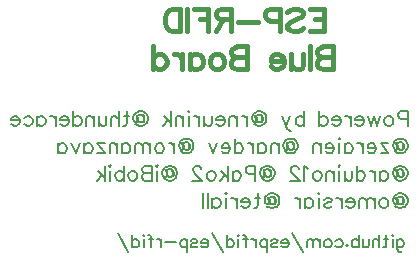
<source format=gbo>
G04 Layer: BottomSilkLayer*
G04 EasyEDA v6.3.22, 2020-01-08T21:12:26+01:00*
G04 b28a7935c23a4a24a3ae34985d5a7298,2d2f38d6ccaf4c36845c7e91a662877a,10*
G04 Gerber Generator version 0.2*
G04 Scale: 100 percent, Rotated: No, Reflected: No *
G04 Dimensions in millimeters *
G04 leading zeros omitted , absolute positions ,3 integer and 3 decimal *
%FSLAX33Y33*%
%MOMM*%
G90*
G71D02*

%ADD13C,0.399999*%
%ADD47C,0.203200*%

%LPD*%
G54D13*
G01X32045Y44450D02*
G01X32045Y42510D01*
G01X32045Y44450D02*
G01X30844Y44450D01*
G01X32045Y43526D02*
G01X31306Y43526D01*
G01X32045Y42510D02*
G01X30844Y42510D01*
G01X28942Y44172D02*
G01X29126Y44357D01*
G01X29404Y44450D01*
G01X29773Y44450D01*
G01X30050Y44357D01*
G01X30235Y44172D01*
G01X30235Y43988D01*
G01X30142Y43803D01*
G01X30050Y43711D01*
G01X29865Y43618D01*
G01X29311Y43434D01*
G01X29126Y43341D01*
G01X29034Y43249D01*
G01X28942Y43064D01*
G01X28942Y42787D01*
G01X29126Y42602D01*
G01X29404Y42510D01*
G01X29773Y42510D01*
G01X30050Y42602D01*
G01X30235Y42787D01*
G01X28332Y44450D02*
G01X28332Y42510D01*
G01X28332Y44450D02*
G01X27501Y44450D01*
G01X27224Y44357D01*
G01X27131Y44265D01*
G01X27039Y44080D01*
G01X27039Y43803D01*
G01X27131Y43618D01*
G01X27224Y43526D01*
G01X27501Y43434D01*
G01X28332Y43434D01*
G01X26429Y43341D02*
G01X24767Y43341D01*
G01X24157Y44450D02*
G01X24157Y42510D01*
G01X24157Y44450D02*
G01X23326Y44450D01*
G01X23049Y44357D01*
G01X22957Y44265D01*
G01X22864Y44080D01*
G01X22864Y43895D01*
G01X22957Y43711D01*
G01X23049Y43618D01*
G01X23326Y43526D01*
G01X24157Y43526D01*
G01X23511Y43526D02*
G01X22864Y42510D01*
G01X22255Y44450D02*
G01X22255Y42510D01*
G01X22255Y44450D02*
G01X21054Y44450D01*
G01X22255Y43526D02*
G01X21516Y43526D01*
G01X20444Y44450D02*
G01X20444Y42510D01*
G01X19835Y44450D02*
G01X19835Y42510D01*
G01X19835Y44450D02*
G01X19188Y44450D01*
G01X18911Y44357D01*
G01X18726Y44172D01*
G01X18634Y43988D01*
G01X18542Y43711D01*
G01X18542Y43249D01*
G01X18634Y42972D01*
G01X18726Y42787D01*
G01X18911Y42602D01*
G01X19188Y42510D01*
G01X19835Y42510D01*
G01X32766Y41240D02*
G01X32766Y39300D01*
G01X32766Y41240D02*
G01X31934Y41240D01*
G01X31657Y41148D01*
G01X31565Y41055D01*
G01X31472Y40870D01*
G01X31472Y40686D01*
G01X31565Y40501D01*
G01X31657Y40409D01*
G01X31934Y40316D01*
G01X32766Y40316D02*
G01X31934Y40316D01*
G01X31657Y40224D01*
G01X31565Y40132D01*
G01X31472Y39947D01*
G01X31472Y39670D01*
G01X31565Y39485D01*
G01X31657Y39393D01*
G01X31934Y39300D01*
G01X32766Y39300D01*
G01X30863Y41240D02*
G01X30863Y39300D01*
G01X30253Y40593D02*
G01X30253Y39670D01*
G01X30161Y39393D01*
G01X29976Y39300D01*
G01X29699Y39300D01*
G01X29514Y39393D01*
G01X29237Y39670D01*
G01X29237Y40593D02*
G01X29237Y39300D01*
G01X28628Y40039D02*
G01X27519Y40039D01*
G01X27519Y40224D01*
G01X27612Y40409D01*
G01X27704Y40501D01*
G01X27889Y40593D01*
G01X28166Y40593D01*
G01X28351Y40501D01*
G01X28535Y40316D01*
G01X28628Y40039D01*
G01X28628Y39854D01*
G01X28535Y39577D01*
G01X28351Y39393D01*
G01X28166Y39300D01*
G01X27889Y39300D01*
G01X27704Y39393D01*
G01X27519Y39577D01*
G01X25487Y41240D02*
G01X25487Y39300D01*
G01X25487Y41240D02*
G01X24656Y41240D01*
G01X24379Y41148D01*
G01X24287Y41055D01*
G01X24194Y40870D01*
G01X24194Y40686D01*
G01X24287Y40501D01*
G01X24379Y40409D01*
G01X24656Y40316D01*
G01X25487Y40316D02*
G01X24656Y40316D01*
G01X24379Y40224D01*
G01X24287Y40132D01*
G01X24194Y39947D01*
G01X24194Y39670D01*
G01X24287Y39485D01*
G01X24379Y39393D01*
G01X24656Y39300D01*
G01X25487Y39300D01*
G01X23123Y40593D02*
G01X23308Y40501D01*
G01X23492Y40316D01*
G01X23585Y40039D01*
G01X23585Y39854D01*
G01X23492Y39577D01*
G01X23308Y39393D01*
G01X23123Y39300D01*
G01X22846Y39300D01*
G01X22661Y39393D01*
G01X22476Y39577D01*
G01X22384Y39854D01*
G01X22384Y40039D01*
G01X22476Y40316D01*
G01X22661Y40501D01*
G01X22846Y40593D01*
G01X23123Y40593D01*
G01X20666Y40593D02*
G01X20666Y39300D01*
G01X20666Y40316D02*
G01X20851Y40501D01*
G01X21035Y40593D01*
G01X21312Y40593D01*
G01X21497Y40501D01*
G01X21682Y40316D01*
G01X21774Y40039D01*
G01X21774Y39854D01*
G01X21682Y39577D01*
G01X21497Y39393D01*
G01X21312Y39300D01*
G01X21035Y39300D01*
G01X20851Y39393D01*
G01X20666Y39577D01*
G01X20056Y40593D02*
G01X20056Y39300D01*
G01X20056Y40039D02*
G01X19964Y40316D01*
G01X19779Y40501D01*
G01X19594Y40593D01*
G01X19317Y40593D01*
G01X17599Y41240D02*
G01X17599Y39300D01*
G01X17599Y40316D02*
G01X17784Y40501D01*
G01X17969Y40593D01*
G01X18246Y40593D01*
G01X18431Y40501D01*
G01X18615Y40316D01*
G01X18708Y40039D01*
G01X18708Y39854D01*
G01X18615Y39577D01*
G01X18431Y39393D01*
G01X18246Y39300D01*
G01X17969Y39300D01*
G01X17784Y39393D01*
G01X17599Y39577D01*
G54D47*
G01X39116Y35761D02*
G01X39116Y34520D01*
G01X39116Y35761D02*
G01X38584Y35761D01*
G01X38406Y35701D01*
G01X38347Y35642D01*
G01X38288Y35524D01*
G01X38288Y35347D01*
G01X38347Y35229D01*
G01X38406Y35170D01*
G01X38584Y35111D01*
G01X39116Y35111D01*
G01X37603Y35347D02*
G01X37721Y35288D01*
G01X37839Y35170D01*
G01X37898Y34992D01*
G01X37898Y34874D01*
G01X37839Y34697D01*
G01X37721Y34579D01*
G01X37603Y34520D01*
G01X37426Y34520D01*
G01X37307Y34579D01*
G01X37189Y34697D01*
G01X37130Y34874D01*
G01X37130Y34992D01*
G01X37189Y35170D01*
G01X37307Y35288D01*
G01X37426Y35347D01*
G01X37603Y35347D01*
G01X36740Y35347D02*
G01X36504Y34520D01*
G01X36267Y35347D02*
G01X36504Y34520D01*
G01X36267Y35347D02*
G01X36031Y34520D01*
G01X35795Y35347D02*
G01X36031Y34520D01*
G01X35405Y34992D02*
G01X34696Y34992D01*
G01X34696Y35111D01*
G01X34755Y35229D01*
G01X34814Y35288D01*
G01X34932Y35347D01*
G01X35109Y35347D01*
G01X35227Y35288D01*
G01X35346Y35170D01*
G01X35405Y34992D01*
G01X35405Y34874D01*
G01X35346Y34697D01*
G01X35227Y34579D01*
G01X35109Y34520D01*
G01X34932Y34520D01*
G01X34814Y34579D01*
G01X34696Y34697D01*
G01X34306Y35347D02*
G01X34306Y34520D01*
G01X34306Y34992D02*
G01X34246Y35170D01*
G01X34128Y35288D01*
G01X34010Y35347D01*
G01X33833Y35347D01*
G01X33443Y34992D02*
G01X32734Y34992D01*
G01X32734Y35111D01*
G01X32793Y35229D01*
G01X32852Y35288D01*
G01X32970Y35347D01*
G01X33147Y35347D01*
G01X33266Y35288D01*
G01X33384Y35170D01*
G01X33443Y34992D01*
G01X33443Y34874D01*
G01X33384Y34697D01*
G01X33266Y34579D01*
G01X33147Y34520D01*
G01X32970Y34520D01*
G01X32852Y34579D01*
G01X32734Y34697D01*
G01X31635Y35761D02*
G01X31635Y34520D01*
G01X31635Y35170D02*
G01X31753Y35288D01*
G01X31871Y35347D01*
G01X32048Y35347D01*
G01X32166Y35288D01*
G01X32285Y35170D01*
G01X32344Y34992D01*
G01X32344Y34874D01*
G01X32285Y34697D01*
G01X32166Y34579D01*
G01X32048Y34520D01*
G01X31871Y34520D01*
G01X31753Y34579D01*
G01X31635Y34697D01*
G01X30335Y35761D02*
G01X30335Y34520D01*
G01X30335Y35170D02*
G01X30216Y35288D01*
G01X30098Y35347D01*
G01X29921Y35347D01*
G01X29803Y35288D01*
G01X29685Y35170D01*
G01X29626Y34992D01*
G01X29626Y34874D01*
G01X29685Y34697D01*
G01X29803Y34579D01*
G01X29921Y34520D01*
G01X30098Y34520D01*
G01X30216Y34579D01*
G01X30335Y34697D01*
G01X29176Y35347D02*
G01X28822Y34520D01*
G01X28467Y35347D02*
G01X28822Y34520D01*
G01X28940Y34283D01*
G01X29058Y34165D01*
G01X29176Y34106D01*
G01X29236Y34106D01*
G01X26281Y35288D02*
G01X26340Y35406D01*
G01X26458Y35465D01*
G01X26636Y35465D01*
G01X26754Y35406D01*
G01X26813Y35347D01*
G01X26872Y35170D01*
G01X26872Y34992D01*
G01X26813Y34874D01*
G01X26695Y34815D01*
G01X26517Y34815D01*
G01X26399Y34874D01*
G01X26340Y34992D01*
G01X26636Y35465D02*
G01X26754Y35347D01*
G01X26813Y35170D01*
G01X26813Y34992D01*
G01X26754Y34874D01*
G01X26695Y34815D01*
G01X26281Y35465D02*
G01X26340Y34992D01*
G01X26340Y34874D01*
G01X26222Y34815D01*
G01X26104Y34815D01*
G01X25986Y34933D01*
G01X25926Y35111D01*
G01X25926Y35229D01*
G01X25986Y35406D01*
G01X26045Y35524D01*
G01X26163Y35642D01*
G01X26281Y35701D01*
G01X26458Y35761D01*
G01X26636Y35761D01*
G01X26813Y35701D01*
G01X26931Y35642D01*
G01X27049Y35524D01*
G01X27108Y35406D01*
G01X27167Y35229D01*
G01X27167Y35052D01*
G01X27108Y34874D01*
G01X27049Y34756D01*
G01X26931Y34638D01*
G01X26813Y34579D01*
G01X26636Y34520D01*
G01X26458Y34520D01*
G01X26281Y34579D01*
G01X26163Y34638D01*
G01X26104Y34697D01*
G01X26222Y35465D02*
G01X26281Y34992D01*
G01X26281Y34874D01*
G01X26222Y34815D01*
G01X25536Y35347D02*
G01X25536Y34520D01*
G01X25536Y34992D02*
G01X25477Y35170D01*
G01X25359Y35288D01*
G01X25241Y35347D01*
G01X25064Y35347D01*
G01X24674Y35347D02*
G01X24674Y34520D01*
G01X24674Y35111D02*
G01X24496Y35288D01*
G01X24378Y35347D01*
G01X24201Y35347D01*
G01X24083Y35288D01*
G01X24024Y35111D01*
G01X24024Y34520D01*
G01X23634Y34992D02*
G01X22925Y34992D01*
G01X22925Y35111D01*
G01X22984Y35229D01*
G01X23043Y35288D01*
G01X23161Y35347D01*
G01X23338Y35347D01*
G01X23456Y35288D01*
G01X23575Y35170D01*
G01X23634Y34992D01*
G01X23634Y34874D01*
G01X23575Y34697D01*
G01X23456Y34579D01*
G01X23338Y34520D01*
G01X23161Y34520D01*
G01X23043Y34579D01*
G01X22925Y34697D01*
G01X22535Y35347D02*
G01X22535Y34756D01*
G01X22476Y34579D01*
G01X22357Y34520D01*
G01X22180Y34520D01*
G01X22062Y34579D01*
G01X21885Y34756D01*
G01X21885Y35347D02*
G01X21885Y34520D01*
G01X21495Y35347D02*
G01X21495Y34520D01*
G01X21495Y34992D02*
G01X21436Y35170D01*
G01X21317Y35288D01*
G01X21199Y35347D01*
G01X21022Y35347D01*
G01X20632Y35761D02*
G01X20573Y35701D01*
G01X20514Y35761D01*
G01X20573Y35820D01*
G01X20632Y35761D01*
G01X20573Y35347D02*
G01X20573Y34520D01*
G01X20124Y35347D02*
G01X20124Y34520D01*
G01X20124Y35111D02*
G01X19946Y35288D01*
G01X19828Y35347D01*
G01X19651Y35347D01*
G01X19533Y35288D01*
G01X19474Y35111D01*
G01X19474Y34520D01*
G01X19084Y35761D02*
G01X19084Y34520D01*
G01X18493Y35347D02*
G01X19084Y34756D01*
G01X18847Y34992D02*
G01X18434Y34520D01*
G01X16247Y35288D02*
G01X16306Y35406D01*
G01X16425Y35465D01*
G01X16602Y35465D01*
G01X16720Y35406D01*
G01X16779Y35347D01*
G01X16838Y35170D01*
G01X16838Y34992D01*
G01X16779Y34874D01*
G01X16661Y34815D01*
G01X16484Y34815D01*
G01X16366Y34874D01*
G01X16306Y34992D01*
G01X16602Y35465D02*
G01X16720Y35347D01*
G01X16779Y35170D01*
G01X16779Y34992D01*
G01X16720Y34874D01*
G01X16661Y34815D01*
G01X16247Y35465D02*
G01X16306Y34992D01*
G01X16306Y34874D01*
G01X16188Y34815D01*
G01X16070Y34815D01*
G01X15952Y34933D01*
G01X15893Y35111D01*
G01X15893Y35229D01*
G01X15952Y35406D01*
G01X16011Y35524D01*
G01X16129Y35642D01*
G01X16247Y35701D01*
G01X16425Y35761D01*
G01X16602Y35761D01*
G01X16779Y35701D01*
G01X16897Y35642D01*
G01X17016Y35524D01*
G01X17075Y35406D01*
G01X17134Y35229D01*
G01X17134Y35052D01*
G01X17075Y34874D01*
G01X17016Y34756D01*
G01X16897Y34638D01*
G01X16779Y34579D01*
G01X16602Y34520D01*
G01X16425Y34520D01*
G01X16247Y34579D01*
G01X16129Y34638D01*
G01X16070Y34697D01*
G01X16188Y35465D02*
G01X16247Y34992D01*
G01X16247Y34874D01*
G01X16188Y34815D01*
G01X15326Y35761D02*
G01X15326Y34756D01*
G01X15266Y34579D01*
G01X15148Y34520D01*
G01X15030Y34520D01*
G01X15503Y35347D02*
G01X15089Y35347D01*
G01X14640Y35761D02*
G01X14640Y34520D01*
G01X14640Y35111D02*
G01X14463Y35288D01*
G01X14345Y35347D01*
G01X14167Y35347D01*
G01X14049Y35288D01*
G01X13990Y35111D01*
G01X13990Y34520D01*
G01X13600Y35347D02*
G01X13600Y34756D01*
G01X13541Y34579D01*
G01X13423Y34520D01*
G01X13246Y34520D01*
G01X13127Y34579D01*
G01X12950Y34756D01*
G01X12950Y35347D02*
G01X12950Y34520D01*
G01X12560Y35347D02*
G01X12560Y34520D01*
G01X12560Y35111D02*
G01X12383Y35288D01*
G01X12265Y35347D01*
G01X12087Y35347D01*
G01X11969Y35288D01*
G01X11910Y35111D01*
G01X11910Y34520D01*
G01X10811Y35761D02*
G01X10811Y34520D01*
G01X10811Y35170D02*
G01X10929Y35288D01*
G01X11047Y35347D01*
G01X11225Y35347D01*
G01X11343Y35288D01*
G01X11461Y35170D01*
G01X11520Y34992D01*
G01X11520Y34874D01*
G01X11461Y34697D01*
G01X11343Y34579D01*
G01X11225Y34520D01*
G01X11047Y34520D01*
G01X10929Y34579D01*
G01X10811Y34697D01*
G01X10421Y34992D02*
G01X9712Y34992D01*
G01X9712Y35111D01*
G01X9771Y35229D01*
G01X9830Y35288D01*
G01X9948Y35347D01*
G01X10126Y35347D01*
G01X10244Y35288D01*
G01X10362Y35170D01*
G01X10421Y34992D01*
G01X10421Y34874D01*
G01X10362Y34697D01*
G01X10244Y34579D01*
G01X10126Y34520D01*
G01X9948Y34520D01*
G01X9830Y34579D01*
G01X9712Y34697D01*
G01X9322Y35347D02*
G01X9322Y34520D01*
G01X9322Y34992D02*
G01X9263Y35170D01*
G01X9145Y35288D01*
G01X9026Y35347D01*
G01X8849Y35347D01*
G01X7750Y35347D02*
G01X7750Y34520D01*
G01X7750Y35170D02*
G01X7868Y35288D01*
G01X7986Y35347D01*
G01X8164Y35347D01*
G01X8282Y35288D01*
G01X8400Y35170D01*
G01X8459Y34992D01*
G01X8459Y34874D01*
G01X8400Y34697D01*
G01X8282Y34579D01*
G01X8164Y34520D01*
G01X7986Y34520D01*
G01X7868Y34579D01*
G01X7750Y34697D01*
G01X6651Y35170D02*
G01X6769Y35288D01*
G01X6887Y35347D01*
G01X7065Y35347D01*
G01X7183Y35288D01*
G01X7301Y35170D01*
G01X7360Y34992D01*
G01X7360Y34874D01*
G01X7301Y34697D01*
G01X7183Y34579D01*
G01X7065Y34520D01*
G01X6887Y34520D01*
G01X6769Y34579D01*
G01X6651Y34697D01*
G01X6261Y34992D02*
G01X5552Y34992D01*
G01X5552Y35111D01*
G01X5611Y35229D01*
G01X5670Y35288D01*
G01X5788Y35347D01*
G01X5966Y35347D01*
G01X6084Y35288D01*
G01X6202Y35170D01*
G01X6261Y34992D01*
G01X6261Y34874D01*
G01X6202Y34697D01*
G01X6084Y34579D01*
G01X5966Y34520D01*
G01X5788Y34520D01*
G01X5670Y34579D01*
G01X5552Y34697D01*
G01X38229Y32972D02*
G01X38288Y33090D01*
G01X38406Y33149D01*
G01X38584Y33149D01*
G01X38702Y33090D01*
G01X38761Y33031D01*
G01X38820Y32854D01*
G01X38820Y32676D01*
G01X38761Y32558D01*
G01X38643Y32499D01*
G01X38466Y32499D01*
G01X38347Y32558D01*
G01X38288Y32676D01*
G01X38584Y33149D02*
G01X38702Y33031D01*
G01X38761Y32854D01*
G01X38761Y32676D01*
G01X38702Y32558D01*
G01X38643Y32499D01*
G01X38229Y33149D02*
G01X38288Y32676D01*
G01X38288Y32558D01*
G01X38170Y32499D01*
G01X38052Y32499D01*
G01X37934Y32617D01*
G01X37875Y32795D01*
G01X37875Y32913D01*
G01X37934Y33090D01*
G01X37993Y33208D01*
G01X38111Y33326D01*
G01X38229Y33385D01*
G01X38406Y33445D01*
G01X38584Y33445D01*
G01X38761Y33385D01*
G01X38879Y33326D01*
G01X38997Y33208D01*
G01X39056Y33090D01*
G01X39116Y32913D01*
G01X39116Y32736D01*
G01X39056Y32558D01*
G01X38997Y32440D01*
G01X38879Y32322D01*
G01X38761Y32263D01*
G01X38584Y32204D01*
G01X38406Y32204D01*
G01X38229Y32263D01*
G01X38111Y32322D01*
G01X38052Y32381D01*
G01X38170Y33149D02*
G01X38229Y32676D01*
G01X38229Y32558D01*
G01X38170Y32499D01*
G01X36835Y33031D02*
G01X37485Y32204D01*
G01X37485Y33031D02*
G01X36835Y33031D01*
G01X37485Y32204D02*
G01X36835Y32204D01*
G01X36445Y32676D02*
G01X35736Y32676D01*
G01X35736Y32795D01*
G01X35795Y32913D01*
G01X35854Y32972D01*
G01X35972Y33031D01*
G01X36149Y33031D01*
G01X36267Y32972D01*
G01X36386Y32854D01*
G01X36445Y32676D01*
G01X36445Y32558D01*
G01X36386Y32381D01*
G01X36267Y32263D01*
G01X36149Y32204D01*
G01X35972Y32204D01*
G01X35854Y32263D01*
G01X35736Y32381D01*
G01X35346Y33031D02*
G01X35346Y32204D01*
G01X35346Y32676D02*
G01X35286Y32854D01*
G01X35168Y32972D01*
G01X35050Y33031D01*
G01X34873Y33031D01*
G01X33774Y33031D02*
G01X33774Y32204D01*
G01X33774Y32854D02*
G01X33892Y32972D01*
G01X34010Y33031D01*
G01X34187Y33031D01*
G01X34306Y32972D01*
G01X34424Y32854D01*
G01X34483Y32676D01*
G01X34483Y32558D01*
G01X34424Y32381D01*
G01X34306Y32263D01*
G01X34187Y32204D01*
G01X34010Y32204D01*
G01X33892Y32263D01*
G01X33774Y32381D01*
G01X33384Y33445D02*
G01X33325Y33385D01*
G01X33266Y33445D01*
G01X33325Y33504D01*
G01X33384Y33445D01*
G01X33325Y33031D02*
G01X33325Y32204D01*
G01X32876Y32676D02*
G01X32166Y32676D01*
G01X32166Y32795D01*
G01X32226Y32913D01*
G01X32285Y32972D01*
G01X32403Y33031D01*
G01X32580Y33031D01*
G01X32698Y32972D01*
G01X32816Y32854D01*
G01X32876Y32676D01*
G01X32876Y32558D01*
G01X32816Y32381D01*
G01X32698Y32263D01*
G01X32580Y32204D01*
G01X32403Y32204D01*
G01X32285Y32263D01*
G01X32166Y32381D01*
G01X31776Y33031D02*
G01X31776Y32204D01*
G01X31776Y32795D02*
G01X31599Y32972D01*
G01X31481Y33031D01*
G01X31304Y33031D01*
G01X31186Y32972D01*
G01X31126Y32795D01*
G01X31126Y32204D01*
G01X28940Y32972D02*
G01X28999Y33090D01*
G01X29117Y33149D01*
G01X29295Y33149D01*
G01X29413Y33090D01*
G01X29472Y33031D01*
G01X29531Y32854D01*
G01X29531Y32676D01*
G01X29472Y32558D01*
G01X29354Y32499D01*
G01X29176Y32499D01*
G01X29058Y32558D01*
G01X28999Y32676D01*
G01X29295Y33149D02*
G01X29413Y33031D01*
G01X29472Y32854D01*
G01X29472Y32676D01*
G01X29413Y32558D01*
G01X29354Y32499D01*
G01X28940Y33149D02*
G01X28999Y32676D01*
G01X28999Y32558D01*
G01X28881Y32499D01*
G01X28763Y32499D01*
G01X28645Y32617D01*
G01X28586Y32795D01*
G01X28586Y32913D01*
G01X28645Y33090D01*
G01X28704Y33208D01*
G01X28822Y33326D01*
G01X28940Y33385D01*
G01X29117Y33445D01*
G01X29295Y33445D01*
G01X29472Y33385D01*
G01X29590Y33326D01*
G01X29708Y33208D01*
G01X29767Y33090D01*
G01X29826Y32913D01*
G01X29826Y32736D01*
G01X29767Y32558D01*
G01X29708Y32440D01*
G01X29590Y32322D01*
G01X29472Y32263D01*
G01X29295Y32204D01*
G01X29117Y32204D01*
G01X28940Y32263D01*
G01X28822Y32322D01*
G01X28763Y32381D01*
G01X28881Y33149D02*
G01X28940Y32676D01*
G01X28940Y32558D01*
G01X28881Y32499D01*
G01X28196Y33031D02*
G01X28196Y32204D01*
G01X28196Y32795D02*
G01X28018Y32972D01*
G01X27900Y33031D01*
G01X27723Y33031D01*
G01X27605Y32972D01*
G01X27546Y32795D01*
G01X27546Y32204D01*
G01X26446Y33031D02*
G01X26446Y32204D01*
G01X26446Y32854D02*
G01X26565Y32972D01*
G01X26683Y33031D01*
G01X26860Y33031D01*
G01X26978Y32972D01*
G01X27096Y32854D01*
G01X27156Y32676D01*
G01X27156Y32558D01*
G01X27096Y32381D01*
G01X26978Y32263D01*
G01X26860Y32204D01*
G01X26683Y32204D01*
G01X26565Y32263D01*
G01X26446Y32381D01*
G01X26056Y33031D02*
G01X26056Y32204D01*
G01X26056Y32676D02*
G01X25997Y32854D01*
G01X25879Y32972D01*
G01X25761Y33031D01*
G01X25584Y33031D01*
G01X24485Y33445D02*
G01X24485Y32204D01*
G01X24485Y32854D02*
G01X24603Y32972D01*
G01X24721Y33031D01*
G01X24898Y33031D01*
G01X25016Y32972D01*
G01X25135Y32854D01*
G01X25194Y32676D01*
G01X25194Y32558D01*
G01X25135Y32381D01*
G01X25016Y32263D01*
G01X24898Y32204D01*
G01X24721Y32204D01*
G01X24603Y32263D01*
G01X24485Y32381D01*
G01X24095Y32676D02*
G01X23386Y32676D01*
G01X23386Y32795D01*
G01X23445Y32913D01*
G01X23504Y32972D01*
G01X23622Y33031D01*
G01X23799Y33031D01*
G01X23917Y32972D01*
G01X24036Y32854D01*
G01X24095Y32676D01*
G01X24095Y32558D01*
G01X24036Y32381D01*
G01X23917Y32263D01*
G01X23799Y32204D01*
G01X23622Y32204D01*
G01X23504Y32263D01*
G01X23386Y32381D01*
G01X22996Y33031D02*
G01X22641Y32204D01*
G01X22286Y33031D02*
G01X22641Y32204D01*
G01X20100Y32972D02*
G01X20159Y33090D01*
G01X20277Y33149D01*
G01X20455Y33149D01*
G01X20573Y33090D01*
G01X20632Y33031D01*
G01X20691Y32854D01*
G01X20691Y32676D01*
G01X20632Y32558D01*
G01X20514Y32499D01*
G01X20336Y32499D01*
G01X20218Y32558D01*
G01X20159Y32676D01*
G01X20455Y33149D02*
G01X20573Y33031D01*
G01X20632Y32854D01*
G01X20632Y32676D01*
G01X20573Y32558D01*
G01X20514Y32499D01*
G01X20100Y33149D02*
G01X20159Y32676D01*
G01X20159Y32558D01*
G01X20041Y32499D01*
G01X19923Y32499D01*
G01X19805Y32617D01*
G01X19746Y32795D01*
G01X19746Y32913D01*
G01X19805Y33090D01*
G01X19864Y33208D01*
G01X19982Y33326D01*
G01X20100Y33385D01*
G01X20277Y33445D01*
G01X20455Y33445D01*
G01X20632Y33385D01*
G01X20750Y33326D01*
G01X20868Y33208D01*
G01X20927Y33090D01*
G01X20986Y32913D01*
G01X20986Y32736D01*
G01X20927Y32558D01*
G01X20868Y32440D01*
G01X20750Y32322D01*
G01X20632Y32263D01*
G01X20455Y32204D01*
G01X20277Y32204D01*
G01X20100Y32263D01*
G01X19982Y32322D01*
G01X19923Y32381D01*
G01X20041Y33149D02*
G01X20100Y32676D01*
G01X20100Y32558D01*
G01X20041Y32499D01*
G01X19356Y33031D02*
G01X19356Y32204D01*
G01X19356Y32676D02*
G01X19296Y32854D01*
G01X19178Y32972D01*
G01X19060Y33031D01*
G01X18883Y33031D01*
G01X18197Y33031D02*
G01X18316Y32972D01*
G01X18434Y32854D01*
G01X18493Y32676D01*
G01X18493Y32558D01*
G01X18434Y32381D01*
G01X18316Y32263D01*
G01X18197Y32204D01*
G01X18020Y32204D01*
G01X17902Y32263D01*
G01X17784Y32381D01*
G01X17725Y32558D01*
G01X17725Y32676D01*
G01X17784Y32854D01*
G01X17902Y32972D01*
G01X18020Y33031D01*
G01X18197Y33031D01*
G01X17335Y33031D02*
G01X17335Y32204D01*
G01X17335Y32795D02*
G01X17157Y32972D01*
G01X17039Y33031D01*
G01X16862Y33031D01*
G01X16744Y32972D01*
G01X16685Y32795D01*
G01X16685Y32204D01*
G01X16685Y32795D02*
G01X16507Y32972D01*
G01X16389Y33031D01*
G01X16212Y33031D01*
G01X16094Y32972D01*
G01X16035Y32795D01*
G01X16035Y32204D01*
G01X14936Y33031D02*
G01X14936Y32204D01*
G01X14936Y32854D02*
G01X15054Y32972D01*
G01X15172Y33031D01*
G01X15349Y33031D01*
G01X15467Y32972D01*
G01X15586Y32854D01*
G01X15645Y32676D01*
G01X15645Y32558D01*
G01X15586Y32381D01*
G01X15467Y32263D01*
G01X15349Y32204D01*
G01X15172Y32204D01*
G01X15054Y32263D01*
G01X14936Y32381D01*
G01X14546Y33031D02*
G01X14546Y32204D01*
G01X14546Y32795D02*
G01X14368Y32972D01*
G01X14250Y33031D01*
G01X14073Y33031D01*
G01X13955Y32972D01*
G01X13896Y32795D01*
G01X13896Y32204D01*
G01X12856Y33031D02*
G01X13506Y32204D01*
G01X13506Y33031D02*
G01X12856Y33031D01*
G01X13506Y32204D02*
G01X12856Y32204D01*
G01X11756Y33031D02*
G01X11756Y32204D01*
G01X11756Y32854D02*
G01X11875Y32972D01*
G01X11993Y33031D01*
G01X12170Y33031D01*
G01X12288Y32972D01*
G01X12406Y32854D01*
G01X12466Y32676D01*
G01X12466Y32558D01*
G01X12406Y32381D01*
G01X12288Y32263D01*
G01X12170Y32204D01*
G01X11993Y32204D01*
G01X11875Y32263D01*
G01X11756Y32381D01*
G01X11366Y33031D02*
G01X11012Y32204D01*
G01X10657Y33031D02*
G01X11012Y32204D01*
G01X9558Y33031D02*
G01X9558Y32204D01*
G01X9558Y32854D02*
G01X9676Y32972D01*
G01X9795Y33031D01*
G01X9972Y33031D01*
G01X10090Y32972D01*
G01X10208Y32854D01*
G01X10267Y32676D01*
G01X10267Y32558D01*
G01X10208Y32381D01*
G01X10090Y32263D01*
G01X9972Y32204D01*
G01X9795Y32204D01*
G01X9676Y32263D01*
G01X9558Y32381D01*
G01X38229Y30656D02*
G01X38288Y30774D01*
G01X38406Y30833D01*
G01X38584Y30833D01*
G01X38702Y30774D01*
G01X38761Y30715D01*
G01X38820Y30538D01*
G01X38820Y30360D01*
G01X38761Y30242D01*
G01X38643Y30183D01*
G01X38466Y30183D01*
G01X38347Y30242D01*
G01X38288Y30360D01*
G01X38584Y30833D02*
G01X38702Y30715D01*
G01X38761Y30538D01*
G01X38761Y30360D01*
G01X38702Y30242D01*
G01X38643Y30183D01*
G01X38229Y30833D02*
G01X38288Y30360D01*
G01X38288Y30242D01*
G01X38170Y30183D01*
G01X38052Y30183D01*
G01X37934Y30301D01*
G01X37875Y30479D01*
G01X37875Y30597D01*
G01X37934Y30774D01*
G01X37993Y30892D01*
G01X38111Y31010D01*
G01X38229Y31069D01*
G01X38406Y31129D01*
G01X38584Y31129D01*
G01X38761Y31069D01*
G01X38879Y31010D01*
G01X38997Y30892D01*
G01X39056Y30774D01*
G01X39116Y30597D01*
G01X39116Y30420D01*
G01X39056Y30242D01*
G01X38997Y30124D01*
G01X38879Y30006D01*
G01X38761Y29947D01*
G01X38584Y29888D01*
G01X38406Y29888D01*
G01X38229Y29947D01*
G01X38111Y30006D01*
G01X38052Y30065D01*
G01X38170Y30833D02*
G01X38229Y30360D01*
G01X38229Y30242D01*
G01X38170Y30183D01*
G01X36776Y30715D02*
G01X36776Y29888D01*
G01X36776Y30538D02*
G01X36894Y30656D01*
G01X37012Y30715D01*
G01X37189Y30715D01*
G01X37307Y30656D01*
G01X37426Y30538D01*
G01X37485Y30360D01*
G01X37485Y30242D01*
G01X37426Y30065D01*
G01X37307Y29947D01*
G01X37189Y29888D01*
G01X37012Y29888D01*
G01X36894Y29947D01*
G01X36776Y30065D01*
G01X36386Y30715D02*
G01X36386Y29888D01*
G01X36386Y30360D02*
G01X36326Y30538D01*
G01X36208Y30656D01*
G01X36090Y30715D01*
G01X35913Y30715D01*
G01X34814Y31129D02*
G01X34814Y29888D01*
G01X34814Y30538D02*
G01X34932Y30656D01*
G01X35050Y30715D01*
G01X35227Y30715D01*
G01X35346Y30656D01*
G01X35464Y30538D01*
G01X35523Y30360D01*
G01X35523Y30242D01*
G01X35464Y30065D01*
G01X35346Y29947D01*
G01X35227Y29888D01*
G01X35050Y29888D01*
G01X34932Y29947D01*
G01X34814Y30065D01*
G01X34424Y30715D02*
G01X34424Y30124D01*
G01X34365Y29947D01*
G01X34246Y29888D01*
G01X34069Y29888D01*
G01X33951Y29947D01*
G01X33774Y30124D01*
G01X33774Y30715D02*
G01X33774Y29888D01*
G01X33384Y31129D02*
G01X33325Y31069D01*
G01X33266Y31129D01*
G01X33325Y31188D01*
G01X33384Y31129D01*
G01X33325Y30715D02*
G01X33325Y29888D01*
G01X32876Y30715D02*
G01X32876Y29888D01*
G01X32876Y30479D02*
G01X32698Y30656D01*
G01X32580Y30715D01*
G01X32403Y30715D01*
G01X32285Y30656D01*
G01X32226Y30479D01*
G01X32226Y29888D01*
G01X31540Y30715D02*
G01X31658Y30656D01*
G01X31776Y30538D01*
G01X31836Y30360D01*
G01X31836Y30242D01*
G01X31776Y30065D01*
G01X31658Y29947D01*
G01X31540Y29888D01*
G01X31363Y29888D01*
G01X31245Y29947D01*
G01X31126Y30065D01*
G01X31067Y30242D01*
G01X31067Y30360D01*
G01X31126Y30538D01*
G01X31245Y30656D01*
G01X31363Y30715D01*
G01X31540Y30715D01*
G01X30677Y30892D02*
G01X30559Y30951D01*
G01X30382Y31129D01*
G01X30382Y29888D01*
G01X29933Y30833D02*
G01X29933Y30892D01*
G01X29874Y31010D01*
G01X29815Y31069D01*
G01X29696Y31129D01*
G01X29460Y31129D01*
G01X29342Y31069D01*
G01X29283Y31010D01*
G01X29224Y30892D01*
G01X29224Y30774D01*
G01X29283Y30656D01*
G01X29401Y30479D01*
G01X29992Y29888D01*
G01X29165Y29888D01*
G01X26978Y30656D02*
G01X27037Y30774D01*
G01X27156Y30833D01*
G01X27333Y30833D01*
G01X27451Y30774D01*
G01X27510Y30715D01*
G01X27569Y30538D01*
G01X27569Y30360D01*
G01X27510Y30242D01*
G01X27392Y30183D01*
G01X27215Y30183D01*
G01X27096Y30242D01*
G01X27037Y30360D01*
G01X27333Y30833D02*
G01X27451Y30715D01*
G01X27510Y30538D01*
G01X27510Y30360D01*
G01X27451Y30242D01*
G01X27392Y30183D01*
G01X26978Y30833D02*
G01X27037Y30360D01*
G01X27037Y30242D01*
G01X26919Y30183D01*
G01X26801Y30183D01*
G01X26683Y30301D01*
G01X26624Y30479D01*
G01X26624Y30597D01*
G01X26683Y30774D01*
G01X26742Y30892D01*
G01X26860Y31010D01*
G01X26978Y31069D01*
G01X27156Y31129D01*
G01X27333Y31129D01*
G01X27510Y31069D01*
G01X27628Y31010D01*
G01X27746Y30892D01*
G01X27806Y30774D01*
G01X27865Y30597D01*
G01X27865Y30420D01*
G01X27806Y30242D01*
G01X27746Y30124D01*
G01X27628Y30006D01*
G01X27510Y29947D01*
G01X27333Y29888D01*
G01X27156Y29888D01*
G01X26978Y29947D01*
G01X26860Y30006D01*
G01X26801Y30065D01*
G01X26919Y30833D02*
G01X26978Y30360D01*
G01X26978Y30242D01*
G01X26919Y30183D01*
G01X26234Y31129D02*
G01X26234Y29888D01*
G01X26234Y31129D02*
G01X25702Y31129D01*
G01X25525Y31069D01*
G01X25466Y31010D01*
G01X25406Y30892D01*
G01X25406Y30715D01*
G01X25466Y30597D01*
G01X25525Y30538D01*
G01X25702Y30479D01*
G01X26234Y30479D01*
G01X24307Y30715D02*
G01X24307Y29888D01*
G01X24307Y30538D02*
G01X24426Y30656D01*
G01X24544Y30715D01*
G01X24721Y30715D01*
G01X24839Y30656D01*
G01X24957Y30538D01*
G01X25016Y30360D01*
G01X25016Y30242D01*
G01X24957Y30065D01*
G01X24839Y29947D01*
G01X24721Y29888D01*
G01X24544Y29888D01*
G01X24426Y29947D01*
G01X24307Y30065D01*
G01X23917Y31129D02*
G01X23917Y29888D01*
G01X23326Y30715D02*
G01X23917Y30124D01*
G01X23681Y30360D02*
G01X23267Y29888D01*
G01X22582Y30715D02*
G01X22700Y30656D01*
G01X22818Y30538D01*
G01X22877Y30360D01*
G01X22877Y30242D01*
G01X22818Y30065D01*
G01X22700Y29947D01*
G01X22582Y29888D01*
G01X22405Y29888D01*
G01X22286Y29947D01*
G01X22168Y30065D01*
G01X22109Y30242D01*
G01X22109Y30360D01*
G01X22168Y30538D01*
G01X22286Y30656D01*
G01X22405Y30715D01*
G01X22582Y30715D01*
G01X21660Y30833D02*
G01X21660Y30892D01*
G01X21601Y31010D01*
G01X21542Y31069D01*
G01X21424Y31129D01*
G01X21187Y31129D01*
G01X21069Y31069D01*
G01X21010Y31010D01*
G01X20951Y30892D01*
G01X20951Y30774D01*
G01X21010Y30656D01*
G01X21128Y30479D01*
G01X21719Y29888D01*
G01X20892Y29888D01*
G01X18706Y30656D02*
G01X18765Y30774D01*
G01X18883Y30833D01*
G01X19060Y30833D01*
G01X19178Y30774D01*
G01X19237Y30715D01*
G01X19296Y30538D01*
G01X19296Y30360D01*
G01X19237Y30242D01*
G01X19119Y30183D01*
G01X18942Y30183D01*
G01X18824Y30242D01*
G01X18765Y30360D01*
G01X19060Y30833D02*
G01X19178Y30715D01*
G01X19237Y30538D01*
G01X19237Y30360D01*
G01X19178Y30242D01*
G01X19119Y30183D01*
G01X18706Y30833D02*
G01X18765Y30360D01*
G01X18765Y30242D01*
G01X18646Y30183D01*
G01X18528Y30183D01*
G01X18410Y30301D01*
G01X18351Y30479D01*
G01X18351Y30597D01*
G01X18410Y30774D01*
G01X18469Y30892D01*
G01X18587Y31010D01*
G01X18706Y31069D01*
G01X18883Y31129D01*
G01X19060Y31129D01*
G01X19237Y31069D01*
G01X19356Y31010D01*
G01X19474Y30892D01*
G01X19533Y30774D01*
G01X19592Y30597D01*
G01X19592Y30420D01*
G01X19533Y30242D01*
G01X19474Y30124D01*
G01X19356Y30006D01*
G01X19237Y29947D01*
G01X19060Y29888D01*
G01X18883Y29888D01*
G01X18706Y29947D01*
G01X18587Y30006D01*
G01X18528Y30065D01*
G01X18646Y30833D02*
G01X18706Y30360D01*
G01X18706Y30242D01*
G01X18646Y30183D01*
G01X17961Y31129D02*
G01X17902Y31069D01*
G01X17843Y31129D01*
G01X17902Y31188D01*
G01X17961Y31129D01*
G01X17902Y30715D02*
G01X17902Y29888D01*
G01X17453Y31129D02*
G01X17453Y29888D01*
G01X17453Y31129D02*
G01X16921Y31129D01*
G01X16744Y31069D01*
G01X16685Y31010D01*
G01X16626Y30892D01*
G01X16626Y30774D01*
G01X16685Y30656D01*
G01X16744Y30597D01*
G01X16921Y30538D01*
G01X17453Y30538D02*
G01X16921Y30538D01*
G01X16744Y30479D01*
G01X16685Y30420D01*
G01X16626Y30301D01*
G01X16626Y30124D01*
G01X16685Y30006D01*
G01X16744Y29947D01*
G01X16921Y29888D01*
G01X17453Y29888D01*
G01X15940Y30715D02*
G01X16058Y30656D01*
G01X16176Y30538D01*
G01X16236Y30360D01*
G01X16236Y30242D01*
G01X16176Y30065D01*
G01X16058Y29947D01*
G01X15940Y29888D01*
G01X15763Y29888D01*
G01X15645Y29947D01*
G01X15526Y30065D01*
G01X15467Y30242D01*
G01X15467Y30360D01*
G01X15526Y30538D01*
G01X15645Y30656D01*
G01X15763Y30715D01*
G01X15940Y30715D01*
G01X15077Y31129D02*
G01X15077Y29888D01*
G01X15077Y30538D02*
G01X14959Y30656D01*
G01X14841Y30715D01*
G01X14664Y30715D01*
G01X14546Y30656D01*
G01X14427Y30538D01*
G01X14368Y30360D01*
G01X14368Y30242D01*
G01X14427Y30065D01*
G01X14546Y29947D01*
G01X14664Y29888D01*
G01X14841Y29888D01*
G01X14959Y29947D01*
G01X15077Y30065D01*
G01X13978Y31129D02*
G01X13919Y31069D01*
G01X13860Y31129D01*
G01X13919Y31188D01*
G01X13978Y31129D01*
G01X13919Y30715D02*
G01X13919Y29888D01*
G01X13470Y31129D02*
G01X13470Y29888D01*
G01X12879Y30715D02*
G01X13470Y30124D01*
G01X13234Y30360D02*
G01X12820Y29888D01*
G01X38229Y28340D02*
G01X38288Y28458D01*
G01X38406Y28517D01*
G01X38584Y28517D01*
G01X38702Y28458D01*
G01X38761Y28399D01*
G01X38820Y28222D01*
G01X38820Y28044D01*
G01X38761Y27926D01*
G01X38643Y27867D01*
G01X38466Y27867D01*
G01X38347Y27926D01*
G01X38288Y28044D01*
G01X38584Y28517D02*
G01X38702Y28399D01*
G01X38761Y28222D01*
G01X38761Y28044D01*
G01X38702Y27926D01*
G01X38643Y27867D01*
G01X38229Y28517D02*
G01X38288Y28044D01*
G01X38288Y27926D01*
G01X38170Y27867D01*
G01X38052Y27867D01*
G01X37934Y27985D01*
G01X37875Y28163D01*
G01X37875Y28281D01*
G01X37934Y28458D01*
G01X37993Y28576D01*
G01X38111Y28694D01*
G01X38229Y28753D01*
G01X38406Y28813D01*
G01X38584Y28813D01*
G01X38761Y28753D01*
G01X38879Y28694D01*
G01X38997Y28576D01*
G01X39056Y28458D01*
G01X39116Y28281D01*
G01X39116Y28104D01*
G01X39056Y27926D01*
G01X38997Y27808D01*
G01X38879Y27690D01*
G01X38761Y27631D01*
G01X38584Y27572D01*
G01X38406Y27572D01*
G01X38229Y27631D01*
G01X38111Y27690D01*
G01X38052Y27749D01*
G01X38170Y28517D02*
G01X38229Y28044D01*
G01X38229Y27926D01*
G01X38170Y27867D01*
G01X37189Y28399D02*
G01X37307Y28340D01*
G01X37426Y28222D01*
G01X37485Y28044D01*
G01X37485Y27926D01*
G01X37426Y27749D01*
G01X37307Y27631D01*
G01X37189Y27572D01*
G01X37012Y27572D01*
G01X36894Y27631D01*
G01X36776Y27749D01*
G01X36716Y27926D01*
G01X36716Y28044D01*
G01X36776Y28222D01*
G01X36894Y28340D01*
G01X37012Y28399D01*
G01X37189Y28399D01*
G01X36326Y28399D02*
G01X36326Y27572D01*
G01X36326Y28163D02*
G01X36149Y28340D01*
G01X36031Y28399D01*
G01X35854Y28399D01*
G01X35736Y28340D01*
G01X35676Y28163D01*
G01X35676Y27572D01*
G01X35676Y28163D02*
G01X35499Y28340D01*
G01X35381Y28399D01*
G01X35204Y28399D01*
G01X35086Y28340D01*
G01X35026Y28163D01*
G01X35026Y27572D01*
G01X34636Y28044D02*
G01X33927Y28044D01*
G01X33927Y28163D01*
G01X33986Y28281D01*
G01X34046Y28340D01*
G01X34164Y28399D01*
G01X34341Y28399D01*
G01X34459Y28340D01*
G01X34577Y28222D01*
G01X34636Y28044D01*
G01X34636Y27926D01*
G01X34577Y27749D01*
G01X34459Y27631D01*
G01X34341Y27572D01*
G01X34164Y27572D01*
G01X34046Y27631D01*
G01X33927Y27749D01*
G01X33537Y28399D02*
G01X33537Y27572D01*
G01X33537Y28044D02*
G01X33478Y28222D01*
G01X33360Y28340D01*
G01X33242Y28399D01*
G01X33065Y28399D01*
G01X32025Y28222D02*
G01X32084Y28340D01*
G01X32261Y28399D01*
G01X32438Y28399D01*
G01X32616Y28340D01*
G01X32675Y28222D01*
G01X32616Y28104D01*
G01X32497Y28044D01*
G01X32202Y27985D01*
G01X32084Y27926D01*
G01X32025Y27808D01*
G01X32025Y27749D01*
G01X32084Y27631D01*
G01X32261Y27572D01*
G01X32438Y27572D01*
G01X32616Y27631D01*
G01X32675Y27749D01*
G01X31635Y28813D02*
G01X31576Y28753D01*
G01X31516Y28813D01*
G01X31576Y28872D01*
G01X31635Y28813D01*
G01X31576Y28399D02*
G01X31576Y27572D01*
G01X30417Y28399D02*
G01X30417Y27572D01*
G01X30417Y28222D02*
G01X30536Y28340D01*
G01X30654Y28399D01*
G01X30831Y28399D01*
G01X30949Y28340D01*
G01X31067Y28222D01*
G01X31126Y28044D01*
G01X31126Y27926D01*
G01X31067Y27749D01*
G01X30949Y27631D01*
G01X30831Y27572D01*
G01X30654Y27572D01*
G01X30536Y27631D01*
G01X30417Y27749D01*
G01X30027Y28399D02*
G01X30027Y27572D01*
G01X30027Y28044D02*
G01X29968Y28222D01*
G01X29850Y28340D01*
G01X29732Y28399D01*
G01X29555Y28399D01*
G01X27368Y28340D02*
G01X27427Y28458D01*
G01X27546Y28517D01*
G01X27723Y28517D01*
G01X27841Y28458D01*
G01X27900Y28399D01*
G01X27959Y28222D01*
G01X27959Y28044D01*
G01X27900Y27926D01*
G01X27782Y27867D01*
G01X27605Y27867D01*
G01X27486Y27926D01*
G01X27427Y28044D01*
G01X27723Y28517D02*
G01X27841Y28399D01*
G01X27900Y28222D01*
G01X27900Y28044D01*
G01X27841Y27926D01*
G01X27782Y27867D01*
G01X27368Y28517D02*
G01X27427Y28044D01*
G01X27427Y27926D01*
G01X27309Y27867D01*
G01X27191Y27867D01*
G01X27073Y27985D01*
G01X27014Y28163D01*
G01X27014Y28281D01*
G01X27073Y28458D01*
G01X27132Y28576D01*
G01X27250Y28694D01*
G01X27368Y28753D01*
G01X27546Y28813D01*
G01X27723Y28813D01*
G01X27900Y28753D01*
G01X28018Y28694D01*
G01X28136Y28576D01*
G01X28196Y28458D01*
G01X28255Y28281D01*
G01X28255Y28104D01*
G01X28196Y27926D01*
G01X28136Y27808D01*
G01X28018Y27690D01*
G01X27900Y27631D01*
G01X27723Y27572D01*
G01X27546Y27572D01*
G01X27368Y27631D01*
G01X27250Y27690D01*
G01X27191Y27749D01*
G01X27309Y28517D02*
G01X27368Y28044D01*
G01X27368Y27926D01*
G01X27309Y27867D01*
G01X26446Y28813D02*
G01X26446Y27808D01*
G01X26387Y27631D01*
G01X26269Y27572D01*
G01X26151Y27572D01*
G01X26624Y28399D02*
G01X26210Y28399D01*
G01X25761Y28044D02*
G01X25052Y28044D01*
G01X25052Y28163D01*
G01X25111Y28281D01*
G01X25170Y28340D01*
G01X25288Y28399D01*
G01X25466Y28399D01*
G01X25584Y28340D01*
G01X25702Y28222D01*
G01X25761Y28044D01*
G01X25761Y27926D01*
G01X25702Y27749D01*
G01X25584Y27631D01*
G01X25466Y27572D01*
G01X25288Y27572D01*
G01X25170Y27631D01*
G01X25052Y27749D01*
G01X24662Y28399D02*
G01X24662Y27572D01*
G01X24662Y28044D02*
G01X24603Y28222D01*
G01X24485Y28340D01*
G01X24366Y28399D01*
G01X24189Y28399D01*
G01X23799Y28813D02*
G01X23740Y28753D01*
G01X23681Y28813D01*
G01X23740Y28872D01*
G01X23799Y28813D01*
G01X23740Y28399D02*
G01X23740Y27572D01*
G01X22582Y28399D02*
G01X22582Y27572D01*
G01X22582Y28222D02*
G01X22700Y28340D01*
G01X22818Y28399D01*
G01X22996Y28399D01*
G01X23114Y28340D01*
G01X23232Y28222D01*
G01X23291Y28044D01*
G01X23291Y27926D01*
G01X23232Y27749D01*
G01X23114Y27631D01*
G01X22996Y27572D01*
G01X22818Y27572D01*
G01X22700Y27631D01*
G01X22582Y27749D01*
G01X22192Y28813D02*
G01X22192Y27572D01*
G01X21802Y28813D02*
G01X21802Y27572D01*
G01X38218Y24922D02*
G01X38218Y24122D01*
G01X38268Y23972D01*
G01X38318Y23922D01*
G01X38418Y23872D01*
G01X38568Y23872D01*
G01X38668Y23922D01*
G01X38218Y24772D02*
G01X38318Y24872D01*
G01X38418Y24922D01*
G01X38568Y24922D01*
G01X38668Y24872D01*
G01X38768Y24772D01*
G01X38818Y24622D01*
G01X38818Y24522D01*
G01X38768Y24372D01*
G01X38668Y24272D01*
G01X38568Y24222D01*
G01X38418Y24222D01*
G01X38318Y24272D01*
G01X38218Y24372D01*
G01X37888Y25272D02*
G01X37838Y25222D01*
G01X37788Y25272D01*
G01X37838Y25322D01*
G01X37888Y25272D01*
G01X37838Y24922D02*
G01X37838Y24222D01*
G01X37308Y25272D02*
G01X37308Y24422D01*
G01X37258Y24272D01*
G01X37158Y24222D01*
G01X37058Y24222D01*
G01X37458Y24922D02*
G01X37108Y24922D01*
G01X36728Y25272D02*
G01X36728Y24222D01*
G01X36728Y24722D02*
G01X36578Y24872D01*
G01X36478Y24922D01*
G01X36328Y24922D01*
G01X36228Y24872D01*
G01X36178Y24722D01*
G01X36178Y24222D01*
G01X35848Y24922D02*
G01X35848Y24422D01*
G01X35798Y24272D01*
G01X35698Y24222D01*
G01X35548Y24222D01*
G01X35448Y24272D01*
G01X35298Y24422D01*
G01X35298Y24922D02*
G01X35298Y24222D01*
G01X34968Y25272D02*
G01X34968Y24222D01*
G01X34968Y24772D02*
G01X34868Y24872D01*
G01X34768Y24922D01*
G01X34618Y24922D01*
G01X34518Y24872D01*
G01X34418Y24772D01*
G01X34368Y24622D01*
G01X34368Y24522D01*
G01X34418Y24372D01*
G01X34518Y24272D01*
G01X34618Y24222D01*
G01X34768Y24222D01*
G01X34868Y24272D01*
G01X34968Y24372D01*
G01X33988Y24472D02*
G01X34038Y24422D01*
G01X33988Y24372D01*
G01X33938Y24422D01*
G01X33988Y24472D01*
G01X33008Y24772D02*
G01X33108Y24872D01*
G01X33208Y24922D01*
G01X33358Y24922D01*
G01X33458Y24872D01*
G01X33558Y24772D01*
G01X33608Y24622D01*
G01X33608Y24522D01*
G01X33558Y24372D01*
G01X33458Y24272D01*
G01X33358Y24222D01*
G01X33208Y24222D01*
G01X33108Y24272D01*
G01X33008Y24372D01*
G01X32428Y24922D02*
G01X32528Y24872D01*
G01X32628Y24772D01*
G01X32678Y24622D01*
G01X32678Y24522D01*
G01X32628Y24372D01*
G01X32528Y24272D01*
G01X32428Y24222D01*
G01X32278Y24222D01*
G01X32178Y24272D01*
G01X32078Y24372D01*
G01X32028Y24522D01*
G01X32028Y24622D01*
G01X32078Y24772D01*
G01X32178Y24872D01*
G01X32278Y24922D01*
G01X32428Y24922D01*
G01X31698Y24922D02*
G01X31698Y24222D01*
G01X31698Y24722D02*
G01X31548Y24872D01*
G01X31448Y24922D01*
G01X31298Y24922D01*
G01X31198Y24872D01*
G01X31148Y24722D01*
G01X31148Y24222D01*
G01X31148Y24722D02*
G01X30998Y24872D01*
G01X30898Y24922D01*
G01X30748Y24922D01*
G01X30648Y24872D01*
G01X30598Y24722D01*
G01X30598Y24222D01*
G01X29368Y25472D02*
G01X30268Y23872D01*
G01X29038Y24622D02*
G01X28438Y24622D01*
G01X28438Y24722D01*
G01X28488Y24822D01*
G01X28538Y24872D01*
G01X28638Y24922D01*
G01X28788Y24922D01*
G01X28888Y24872D01*
G01X28988Y24772D01*
G01X29038Y24622D01*
G01X29038Y24522D01*
G01X28988Y24372D01*
G01X28888Y24272D01*
G01X28788Y24222D01*
G01X28638Y24222D01*
G01X28538Y24272D01*
G01X28438Y24372D01*
G01X27558Y24772D02*
G01X27608Y24872D01*
G01X27758Y24922D01*
G01X27908Y24922D01*
G01X28058Y24872D01*
G01X28108Y24772D01*
G01X28058Y24672D01*
G01X27958Y24622D01*
G01X27708Y24572D01*
G01X27608Y24522D01*
G01X27558Y24422D01*
G01X27558Y24372D01*
G01X27608Y24272D01*
G01X27758Y24222D01*
G01X27908Y24222D01*
G01X28058Y24272D01*
G01X28108Y24372D01*
G01X27228Y24922D02*
G01X27228Y23872D01*
G01X27228Y24772D02*
G01X27128Y24872D01*
G01X27028Y24922D01*
G01X26878Y24922D01*
G01X26778Y24872D01*
G01X26678Y24772D01*
G01X26628Y24622D01*
G01X26628Y24522D01*
G01X26678Y24372D01*
G01X26778Y24272D01*
G01X26878Y24222D01*
G01X27028Y24222D01*
G01X27128Y24272D01*
G01X27228Y24372D01*
G01X26298Y24922D02*
G01X26298Y24222D01*
G01X26298Y24622D02*
G01X26248Y24772D01*
G01X26148Y24872D01*
G01X26048Y24922D01*
G01X25898Y24922D01*
G01X25168Y25272D02*
G01X25268Y25272D01*
G01X25368Y25222D01*
G01X25418Y25072D01*
G01X25418Y24222D01*
G01X25568Y24922D02*
G01X25218Y24922D01*
G01X24838Y25272D02*
G01X24788Y25222D01*
G01X24738Y25272D01*
G01X24788Y25322D01*
G01X24838Y25272D01*
G01X24788Y24922D02*
G01X24788Y24222D01*
G01X23808Y25272D02*
G01X23808Y24222D01*
G01X23808Y24772D02*
G01X23908Y24872D01*
G01X24008Y24922D01*
G01X24158Y24922D01*
G01X24258Y24872D01*
G01X24358Y24772D01*
G01X24408Y24622D01*
G01X24408Y24522D01*
G01X24358Y24372D01*
G01X24258Y24272D01*
G01X24158Y24222D01*
G01X24008Y24222D01*
G01X23908Y24272D01*
G01X23808Y24372D01*
G01X22578Y25472D02*
G01X23478Y23872D01*
G01X22248Y24622D02*
G01X21648Y24622D01*
G01X21648Y24722D01*
G01X21698Y24822D01*
G01X21748Y24872D01*
G01X21848Y24922D01*
G01X21998Y24922D01*
G01X22098Y24872D01*
G01X22198Y24772D01*
G01X22248Y24622D01*
G01X22248Y24522D01*
G01X22198Y24372D01*
G01X22098Y24272D01*
G01X21998Y24222D01*
G01X21848Y24222D01*
G01X21748Y24272D01*
G01X21648Y24372D01*
G01X20768Y24772D02*
G01X20818Y24872D01*
G01X20968Y24922D01*
G01X21118Y24922D01*
G01X21268Y24872D01*
G01X21318Y24772D01*
G01X21268Y24672D01*
G01X21168Y24622D01*
G01X20918Y24572D01*
G01X20818Y24522D01*
G01X20768Y24422D01*
G01X20768Y24372D01*
G01X20818Y24272D01*
G01X20968Y24222D01*
G01X21118Y24222D01*
G01X21268Y24272D01*
G01X21318Y24372D01*
G01X20438Y24922D02*
G01X20438Y23872D01*
G01X20438Y24772D02*
G01X20338Y24872D01*
G01X20238Y24922D01*
G01X20088Y24922D01*
G01X19988Y24872D01*
G01X19888Y24772D01*
G01X19838Y24622D01*
G01X19838Y24522D01*
G01X19888Y24372D01*
G01X19988Y24272D01*
G01X20088Y24222D01*
G01X20238Y24222D01*
G01X20338Y24272D01*
G01X20438Y24372D01*
G01X19508Y24672D02*
G01X18608Y24672D01*
G01X18278Y24922D02*
G01X18278Y24222D01*
G01X18278Y24622D02*
G01X18228Y24772D01*
G01X18128Y24872D01*
G01X18028Y24922D01*
G01X17878Y24922D01*
G01X17148Y25272D02*
G01X17248Y25272D01*
G01X17348Y25222D01*
G01X17398Y25072D01*
G01X17398Y24222D01*
G01X17548Y24922D02*
G01X17198Y24922D01*
G01X16818Y25272D02*
G01X16768Y25222D01*
G01X16718Y25272D01*
G01X16768Y25322D01*
G01X16818Y25272D01*
G01X16768Y24922D02*
G01X16768Y24222D01*
G01X15788Y25272D02*
G01X15788Y24222D01*
G01X15788Y24772D02*
G01X15888Y24872D01*
G01X15988Y24922D01*
G01X16138Y24922D01*
G01X16238Y24872D01*
G01X16338Y24772D01*
G01X16388Y24622D01*
G01X16388Y24522D01*
G01X16338Y24372D01*
G01X16238Y24272D01*
G01X16138Y24222D01*
G01X15988Y24222D01*
G01X15888Y24272D01*
G01X15788Y24372D01*
G01X14558Y25472D02*
G01X15458Y23872D01*
M00*
M02*

</source>
